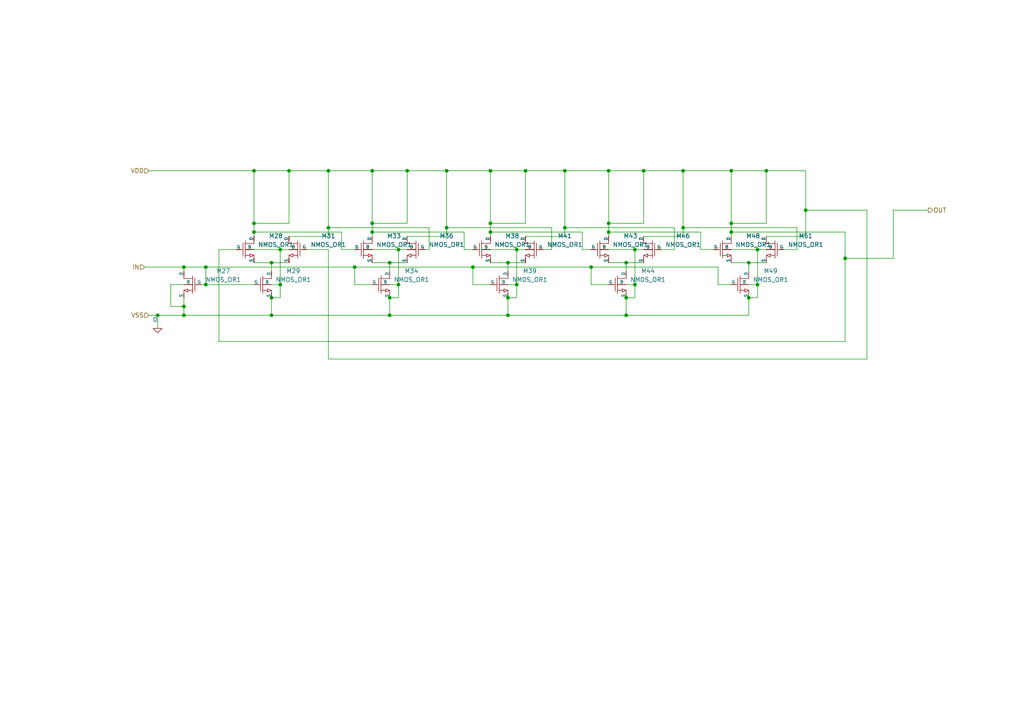
<source format=kicad_sch>
(kicad_sch (version 20230121) (generator eeschema)
  (paper "A4")
  (lib_symbols
    (symbol "OR1Symbols:0" (power) (pin_names (offset 0))
      (property "Value" "0" (at 0 -1.27 0))
      (symbol "0_0_1"
        (polyline (pts (xy -1.27 0) (xy 1.27 0) (xy 0 -1.27) (xy -1.27 0)))
      )
      (symbol "0_1_1"
        (pin power_in line (at 0 0 180) (length 0) hide (name "0") (number "1"))
      )
    )
    (symbol "OR1Symbols:NMOS_OR1" (pin_numbers hide) (pin_names (offset 0))
      (property "Reference" "M" (at 8.89 5.08 0))
      (property "Value" "NMOS_OR1" (at 8.89 2.54 0))
      (symbol "NMOS_OR1_0_1"
        (polyline (pts (xy 0 0) (xy 1.905 0)))
        (polyline (pts (xy 1.905 1.905) (xy 1.905 -1.905)))
        (polyline (pts (xy 2.54 -2.54) (xy 2.54 2.54)))
        (polyline (pts (xy 2.54 -1.651) (xy 3.937 -1.651)))
        (polyline (pts (xy 2.54 0) (xy 5.08 0)))
        (polyline (pts (xy 2.54 1.778) (xy 5.08 1.778)))
        (polyline (pts (xy 3.937 -2.159) (xy 3.937 -1.27)))
        (polyline (pts (xy 3.937 -1.27) (xy 5.08 -1.651)))
        (polyline (pts (xy 5.08 -1.651) (xy 3.937 -2.159)))
        (polyline (pts (xy 5.08 -1.651) (xy 5.08 -3.81)))
        (polyline (pts (xy 5.08 1.778) (xy 5.08 3.81)))
      )
      (symbol "NMOS_OR1_1_1"
        (pin passive line (at 5.08 3.81 270) (length 1.27) (name "D") (number "1"))
        (pin passive line (at 0 0 0) (length 1.27) (name "G") (number "2"))
        (pin passive line (at 5.08 -3.81 90) (length 1.27) (name "S") (number "3"))
        (pin passive line (at 5.08 0 180) (length 2.54) (name "B") (number "4"))
      )
    )
  )
  (junction (at 59.69 82.55))
  (junction (at 78.74 76.2))
  (junction (at 102.87 77.47))
  (junction (at 198.12 66.04))
  (junction (at 59.69 77.47))
  (junction (at 176.53 64.77))
  (junction (at 149.86 72.39))
  (junction (at 222.25 49.53))
  (junction (at 78.74 91.44))
  (junction (at 219.71 82.55))
  (junction (at 233.68 60.96))
  (junction (at 95.25 49.53))
  (junction (at 181.61 91.44))
  (junction (at 137.16 77.47))
  (junction (at 142.24 67.31))
  (junction (at 147.32 76.2))
  (junction (at 115.57 82.55))
  (junction (at 73.66 49.53))
  (junction (at 142.24 49.53))
  (junction (at 163.83 49.53))
  (junction (at 73.66 64.77))
  (junction (at 142.24 64.77))
  (junction (at 118.11 49.53))
  (junction (at 53.34 88.9))
  (junction (at 217.17 86.36))
  (junction (at 176.53 67.31))
  (junction (at 113.03 86.36))
  (junction (at 83.82 49.53))
  (junction (at 147.32 91.44))
  (junction (at 181.61 76.2))
  (junction (at 212.09 67.31))
  (junction (at 147.32 86.36))
  (junction (at 217.17 76.2))
  (junction (at 176.53 49.53))
  (junction (at 198.12 49.53))
  (junction (at 129.54 49.53))
  (junction (at 212.09 49.53))
  (junction (at 107.95 67.31))
  (junction (at 107.95 49.53))
  (junction (at 73.66 67.31))
  (junction (at 115.57 72.39))
  (junction (at 149.86 82.55))
  (junction (at 212.09 64.77))
  (junction (at 184.15 82.55))
  (junction (at 181.61 86.36))
  (junction (at 163.83 66.04))
  (junction (at 186.69 49.53))
  (junction (at 113.03 76.2))
  (junction (at 107.95 64.77))
  (junction (at 184.15 72.39))
  (junction (at 78.74 86.36))
  (junction (at 129.54 66.04))
  (junction (at 113.03 91.44))
  (junction (at 219.71 72.39))
  (junction (at 152.4 49.53))
  (junction (at 95.25 66.04))
  (junction (at 53.34 91.44))
  (junction (at 171.45 77.47))
  (junction (at 81.28 82.55))
  (junction (at 45.72 91.44))
  (junction (at 245.11 74.93))
  (junction (at 53.34 77.47))
  (junction (at 81.28 72.39))
  (wire (pts (xy 191.77 72.39) (xy 195.58 72.39)))
  (wire (pts (xy 184.15 72.39) (xy 186.69 72.39)))
  (wire (pts (xy 147.32 86.36) (xy 147.32 91.44)))
  (wire (pts (xy 53.34 88.9) (xy 53.34 91.44)))
  (wire (pts (xy 129.54 68.58) (xy 118.11 68.58)))
  (wire (pts (xy 107.95 49.53) (xy 107.95 64.77)))
  (wire (pts (xy 219.71 72.39) (xy 222.25 72.39)))
  (wire (pts (xy 152.4 49.53) (xy 163.83 49.53)))
  (wire (pts (xy 212.09 72.39) (xy 219.71 72.39)))
  (wire (pts (xy 95.25 49.53) (xy 107.95 49.53)))
  (wire (pts (xy 134.62 72.39) (xy 137.16 72.39)))
  (wire (pts (xy 245.11 74.93) (xy 245.11 99.06)))
  (wire (pts (xy 184.15 72.39) (xy 184.15 82.55)))
  (wire (pts (xy 78.74 91.44) (xy 113.03 91.44)))
  (wire (pts (xy 73.66 67.31) (xy 99.06 67.31)))
  (wire (pts (xy 227.33 72.39) (xy 231.14 72.39)))
  (wire (pts (xy 73.66 72.39) (xy 81.28 72.39)))
  (wire (pts (xy 83.82 49.53) (xy 83.82 64.77)))
  (wire (pts (xy 95.25 72.39) (xy 95.25 104.14)))
  (wire (pts (xy 181.61 76.2) (xy 186.69 76.2)))
  (wire (pts (xy 198.12 68.58) (xy 186.69 68.58)))
  (wire (pts (xy 231.14 66.04) (xy 231.14 72.39)))
  (wire (pts (xy 217.17 76.2) (xy 217.17 78.74)))
  (wire (pts (xy 176.53 64.77) (xy 176.53 67.31)))
  (wire (pts (xy 113.03 76.2) (xy 118.11 76.2)))
  (wire (pts (xy 73.66 64.77) (xy 83.82 64.77)))
  (wire (pts (xy 99.06 67.31) (xy 99.06 72.39)))
  (wire (pts (xy 160.02 72.39) (xy 157.48 72.39)))
  (wire (pts (xy 222.25 49.53) (xy 233.68 49.53)))
  (wire (pts (xy 233.68 60.96) (xy 251.46 60.96)))
  (wire (pts (xy 43.18 91.44) (xy 45.72 91.44)))
  (wire (pts (xy 176.53 82.55) (xy 171.45 82.55)))
  (wire (pts (xy 147.32 76.2) (xy 147.32 78.74)))
  (wire (pts (xy 149.86 86.36) (xy 147.32 86.36)))
  (wire (pts (xy 176.53 72.39) (xy 184.15 72.39)))
  (wire (pts (xy 129.54 66.04) (xy 160.02 66.04)))
  (wire (pts (xy 53.34 86.36) (xy 53.34 88.9)))
  (wire (pts (xy 123.19 72.39) (xy 124.46 72.39)))
  (wire (pts (xy 147.32 76.2) (xy 152.4 76.2)))
  (wire (pts (xy 73.66 76.2) (xy 78.74 76.2)))
  (wire (pts (xy 142.24 64.77) (xy 142.24 67.31)))
  (wire (pts (xy 107.95 64.77) (xy 107.95 67.31)))
  (wire (pts (xy 186.69 49.53) (xy 198.12 49.53)))
  (wire (pts (xy 142.24 76.2) (xy 147.32 76.2)))
  (wire (pts (xy 49.53 88.9) (xy 53.34 88.9)))
  (wire (pts (xy 95.25 66.04) (xy 124.46 66.04)))
  (wire (pts (xy 203.2 67.31) (xy 203.2 72.39)))
  (wire (pts (xy 137.16 77.47) (xy 171.45 77.47)))
  (wire (pts (xy 115.57 86.36) (xy 113.03 86.36)))
  (wire (pts (xy 149.86 72.39) (xy 152.4 72.39)))
  (wire (pts (xy 78.74 76.2) (xy 83.82 76.2)))
  (wire (pts (xy 115.57 72.39) (xy 118.11 72.39)))
  (wire (pts (xy 160.02 66.04) (xy 160.02 72.39)))
  (wire (pts (xy 107.95 67.31) (xy 107.95 68.58)))
  (wire (pts (xy 163.83 49.53) (xy 176.53 49.53)))
  (wire (pts (xy 208.28 82.55) (xy 212.09 82.55)))
  (wire (pts (xy 107.95 72.39) (xy 115.57 72.39)))
  (wire (pts (xy 58.42 82.55) (xy 59.69 82.55)))
  (wire (pts (xy 184.15 86.36) (xy 181.61 86.36)))
  (wire (pts (xy 251.46 104.14) (xy 251.46 60.96)))
  (wire (pts (xy 81.28 72.39) (xy 83.82 72.39)))
  (wire (pts (xy 107.95 82.55) (xy 102.87 82.55)))
  (wire (pts (xy 176.53 67.31) (xy 176.53 68.58)))
  (wire (pts (xy 212.09 67.31) (xy 212.09 68.58)))
  (wire (pts (xy 78.74 76.2) (xy 78.74 78.74)))
  (wire (pts (xy 212.09 67.31) (xy 245.11 67.31)))
  (wire (pts (xy 181.61 91.44) (xy 217.17 91.44)))
  (wire (pts (xy 113.03 91.44) (xy 147.32 91.44)))
  (wire (pts (xy 99.06 72.39) (xy 102.87 72.39)))
  (wire (pts (xy 233.68 60.96) (xy 233.68 68.58)))
  (wire (pts (xy 208.28 77.47) (xy 208.28 82.55)))
  (wire (pts (xy 212.09 64.77) (xy 212.09 67.31)))
  (wire (pts (xy 73.66 49.53) (xy 73.66 64.77)))
  (wire (pts (xy 184.15 82.55) (xy 184.15 86.36)))
  (wire (pts (xy 113.03 82.55) (xy 115.57 82.55)))
  (wire (pts (xy 102.87 77.47) (xy 137.16 77.47)))
  (wire (pts (xy 115.57 72.39) (xy 115.57 82.55)))
  (wire (pts (xy 142.24 67.31) (xy 142.24 68.58)))
  (wire (pts (xy 78.74 82.55) (xy 81.28 82.55)))
  (wire (pts (xy 134.62 67.31) (xy 134.62 72.39)))
  (wire (pts (xy 212.09 64.77) (xy 222.25 64.77)))
  (wire (pts (xy 107.95 64.77) (xy 118.11 64.77)))
  (wire (pts (xy 149.86 72.39) (xy 149.86 82.55)))
  (wire (pts (xy 212.09 49.53) (xy 222.25 49.53)))
  (wire (pts (xy 142.24 64.77) (xy 152.4 64.77)))
  (wire (pts (xy 149.86 82.55) (xy 149.86 86.36)))
  (wire (pts (xy 113.03 86.36) (xy 113.03 91.44)))
  (wire (pts (xy 124.46 66.04) (xy 124.46 72.39)))
  (wire (pts (xy 168.91 67.31) (xy 168.91 72.39)))
  (wire (pts (xy 212.09 76.2) (xy 217.17 76.2)))
  (wire (pts (xy 49.53 82.55) (xy 49.53 88.9)))
  (wire (pts (xy 129.54 66.04) (xy 129.54 68.58)))
  (wire (pts (xy 212.09 49.53) (xy 212.09 64.77)))
  (wire (pts (xy 102.87 82.55) (xy 102.87 77.47)))
  (wire (pts (xy 53.34 77.47) (xy 53.34 78.74)))
  (wire (pts (xy 81.28 86.36) (xy 78.74 86.36)))
  (wire (pts (xy 53.34 91.44) (xy 78.74 91.44)))
  (wire (pts (xy 198.12 49.53) (xy 198.12 66.04)))
  (wire (pts (xy 186.69 49.53) (xy 186.69 64.77)))
  (wire (pts (xy 176.53 76.2) (xy 181.61 76.2)))
  (wire (pts (xy 45.72 91.44) (xy 53.34 91.44)))
  (wire (pts (xy 142.24 49.53) (xy 142.24 64.77)))
  (wire (pts (xy 142.24 49.53) (xy 152.4 49.53)))
  (wire (pts (xy 88.9 72.39) (xy 95.25 72.39)))
  (wire (pts (xy 129.54 49.53) (xy 129.54 66.04)))
  (wire (pts (xy 59.69 77.47) (xy 102.87 77.47)))
  (wire (pts (xy 78.74 86.36) (xy 78.74 91.44)))
  (wire (pts (xy 59.69 82.55) (xy 73.66 82.55)))
  (wire (pts (xy 176.53 64.77) (xy 186.69 64.77)))
  (wire (pts (xy 217.17 86.36) (xy 217.17 91.44)))
  (wire (pts (xy 181.61 82.55) (xy 184.15 82.55)))
  (wire (pts (xy 43.18 49.53) (xy 73.66 49.53)))
  (wire (pts (xy 181.61 86.36) (xy 181.61 91.44)))
  (wire (pts (xy 163.83 68.58) (xy 152.4 68.58)))
  (wire (pts (xy 137.16 82.55) (xy 137.16 77.47)))
  (wire (pts (xy 107.95 67.31) (xy 134.62 67.31)))
  (wire (pts (xy 198.12 49.53) (xy 212.09 49.53)))
  (wire (pts (xy 147.32 82.55) (xy 149.86 82.55)))
  (wire (pts (xy 203.2 72.39) (xy 207.01 72.39)))
  (wire (pts (xy 142.24 67.31) (xy 168.91 67.31)))
  (wire (pts (xy 81.28 72.39) (xy 81.28 82.55)))
  (wire (pts (xy 245.11 99.06) (xy 63.5 99.06)))
  (wire (pts (xy 176.53 49.53) (xy 176.53 64.77)))
  (wire (pts (xy 222.25 49.53) (xy 222.25 64.77)))
  (wire (pts (xy 198.12 66.04) (xy 231.14 66.04)))
  (wire (pts (xy 163.83 66.04) (xy 163.83 68.58)))
  (wire (pts (xy 163.83 49.53) (xy 163.83 66.04)))
  (wire (pts (xy 73.66 64.77) (xy 73.66 67.31)))
  (wire (pts (xy 176.53 67.31) (xy 203.2 67.31)))
  (wire (pts (xy 142.24 72.39) (xy 149.86 72.39)))
  (wire (pts (xy 163.83 66.04) (xy 195.58 66.04)))
  (wire (pts (xy 147.32 91.44) (xy 181.61 91.44)))
  (wire (pts (xy 95.25 66.04) (xy 95.25 68.58)))
  (wire (pts (xy 219.71 82.55) (xy 219.71 86.36)))
  (wire (pts (xy 95.25 68.58) (xy 83.82 68.58)))
  (wire (pts (xy 195.58 66.04) (xy 195.58 72.39)))
  (wire (pts (xy 53.34 82.55) (xy 49.53 82.55)))
  (wire (pts (xy 152.4 49.53) (xy 152.4 64.77)))
  (wire (pts (xy 95.25 104.14) (xy 251.46 104.14)))
  (wire (pts (xy 53.34 77.47) (xy 59.69 77.47)))
  (wire (pts (xy 129.54 49.53) (xy 142.24 49.53)))
  (wire (pts (xy 259.08 60.96) (xy 269.24 60.96)))
  (wire (pts (xy 245.11 67.31) (xy 245.11 74.93)))
  (wire (pts (xy 41.91 77.47) (xy 53.34 77.47)))
  (wire (pts (xy 233.68 68.58) (xy 222.25 68.58)))
  (wire (pts (xy 181.61 76.2) (xy 181.61 78.74)))
  (wire (pts (xy 198.12 66.04) (xy 198.12 68.58)))
  (wire (pts (xy 171.45 82.55) (xy 171.45 77.47)))
  (wire (pts (xy 219.71 86.36) (xy 217.17 86.36)))
  (wire (pts (xy 245.11 74.93) (xy 259.08 74.93)))
  (wire (pts (xy 115.57 82.55) (xy 115.57 86.36)))
  (wire (pts (xy 259.08 74.93) (xy 259.08 60.96)))
  (wire (pts (xy 176.53 49.53) (xy 186.69 49.53)))
  (wire (pts (xy 219.71 72.39) (xy 219.71 82.55)))
  (wire (pts (xy 118.11 49.53) (xy 129.54 49.53)))
  (wire (pts (xy 81.28 82.55) (xy 81.28 86.36)))
  (wire (pts (xy 63.5 99.06) (xy 63.5 72.39)))
  (wire (pts (xy 95.25 49.53) (xy 95.25 66.04)))
  (wire (pts (xy 233.68 49.53) (xy 233.68 60.96)))
  (wire (pts (xy 118.11 49.53) (xy 118.11 64.77)))
  (wire (pts (xy 45.72 91.44) (xy 45.72 95.25)))
  (wire (pts (xy 83.82 49.53) (xy 95.25 49.53)))
  (wire (pts (xy 142.24 82.55) (xy 137.16 82.55)))
  (wire (pts (xy 73.66 67.31) (xy 73.66 68.58)))
  (wire (pts (xy 217.17 82.55) (xy 219.71 82.55)))
  (wire (pts (xy 63.5 72.39) (xy 68.58 72.39)))
  (wire (pts (xy 113.03 76.2) (xy 113.03 78.74)))
  (wire (pts (xy 107.95 76.2) (xy 113.03 76.2)))
  (wire (pts (xy 59.69 77.47) (xy 59.69 82.55)))
  (wire (pts (xy 168.91 72.39) (xy 171.45 72.39)))
  (wire (pts (xy 107.95 49.53) (xy 118.11 49.53)))
  (wire (pts (xy 171.45 77.47) (xy 208.28 77.47)))
  (wire (pts (xy 217.17 76.2) (xy 222.25 76.2)))
  (wire (pts (xy 73.66 49.53) (xy 83.82 49.53)))
  (hierarchical_label "OUT" (shape output) (at 269.24 60.96 0))
  (hierarchical_label "VSS" (shape input) (at 43.18 91.44 180))
  (hierarchical_label "VDD" (shape input) (at 43.18 49.53 180))
  (hierarchical_label "IN" (shape input) (at 41.91 77.47 180))
  (symbol (lib_id "OR1Symbols:NMOS_OR1") (at 142.24 82.55 0) (unit 1)
    (property "Reference" "M39" (at 153.67 78.5877 0))
    (property "Value" "NMOS_OR1" (at 153.67 81.1277 0))
    (property "Sim.Pins" "1=1 2=2 3=3 4=4" (effects hide))
    (property "Sim.Device" "SPICE" (effects hide))
    (property "Sim.Params" "type=\"M\" model=\"NMOS_OR1 l=1u w=2u\" lib=\"\"" (effects hide))
    (instances (project "" (path "" (reference "M39") (unit 1))) (project "tb" (path "" (reference "M39") (unit 1))) (project "cc_osc" (path "" (reference "M18") (unit 1)) (path "" (reference "M39") (unit 1))) (project "VCO" (path "" (reference "M39") (unit 1))) (project "VCO-VS-CCO" (path "" (reference "M54") (unit 1)) (path "" (reference "M80") (unit 1))))
  )
  (symbol (lib_id "OR1Symbols:NMOS_OR1") (at 212.09 82.55 0) (unit 1)
    (property "Reference" "M49" (at 223.52 78.5877 0))
    (property "Value" "NMOS_OR1" (at 223.52 81.1277 0))
    (property "Sim.Pins" "1=1 2=2 3=3 4=4" (effects hide))
    (property "Sim.Device" "SPICE" (effects hide))
    (property "Sim.Params" "type=\"M\" model=\"NMOS_OR1 l=1u w=2u\" lib=\"\"" (effects hide))
    (instances (project "" (path "" (reference "M49") (unit 1))) (project "tb" (path "" (reference "M49") (unit 1))) (project "cc_osc" (path "" (reference "M24") (unit 1)) (path "" (reference "M49") (unit 1))) (project "VCO" (path "" (reference "M49") (unit 1))) (project "VCO-VS-CCO" (path "" (reference "M64") (unit 1)) (path "" (reference "M90") (unit 1))))
  )
  (symbol (lib_id "OR1Symbols:NMOS_OR1") (at 227.33 72.39 0) (mirror y) (unit 1)
    (property "Reference" "M51" (at 233.68 68.4277 0))
    (property "Value" "NMOS_OR1" (at 233.68 70.9677 0))
    (property "Sim.Pins" "1=1 2=2 3=3 4=4" (effects hide))
    (property "Sim.Device" "SPICE" (effects hide))
    (property "Sim.Params" "type=\"M\" model=\"NMOS_OR1 l=1u w=2u\" lib=\"\"" (effects hide))
    (instances (project "" (path "" (reference "M51") (unit 1))) (project "tb" (path "" (reference "M51") (unit 1))) (project "cc_osc" (path "" (reference "M25") (unit 1)) (path "" (reference "M51") (unit 1))) (project "VCO" (path "" (reference "M51") (unit 1))) (project "VCO-VS-CCO" (path "" (reference "M66") (unit 1)) (path "" (reference "M92") (unit 1))))
  )
  (symbol (lib_id "OR1Symbols:NMOS_OR1") (at 171.45 72.39 0) (unit 1)
    (property "Reference" "M43" (at 182.88 68.4277 0))
    (property "Value" "NMOS_OR1" (at 182.88 70.9677 0))
    (property "Sim.Pins" "1=1 2=2 3=3 4=4" (effects hide))
    (property "Sim.Device" "SPICE" (effects hide))
    (property "Sim.Params" "type=\"M\" model=\"NMOS_OR1 l=1u w=2u\" lib=\"\"" (effects hide))
    (instances (project "" (path "" (reference "M43") (unit 1))) (project "tb" (path "" (reference "M43") (unit 1))) (project "cc_osc" (path "" (reference "M20") (unit 1)) (path "" (reference "M43") (unit 1))) (project "VCO" (path "" (reference "M43") (unit 1))) (project "VCO-VS-CCO" (path "" (reference "M58") (unit 1)) (path "" (reference "M84") (unit 1))))
  )
  (symbol (lib_id "OR1Symbols:0") (at 45.72 95.25 0) (unit 1)
    (property "Reference" "#GND02" (effects hide))
    (property "Value" "0" (at 45.72 92.71 0) (effects (justify right)))
    (instances (project "" (path "" (reference "#GND02") (unit 1))) (project "tb" (path "" (reference "#GND02") (unit 1))) (project "cc_osc" (path "" (reference "#GND01") (unit 1)) (path "" (reference "#GND02") (unit 1))) (project "VCO" (path "" (reference "#GND02") (unit 1))) (project "VCO-VS-CCO" (path "" (reference "#GND02") (unit 1)) (path "" (reference "#GND03") (unit 1))))
  )
  (symbol (lib_id "OR1Symbols:NMOS_OR1") (at 157.48 72.39 0) (mirror y) (unit 1)
    (property "Reference" "M41" (at 163.83 68.4277 0))
    (property "Value" "NMOS_OR1" (at 163.83 70.9677 0))
    (property "Sim.Pins" "1=1 2=2 3=3 4=4" (effects hide))
    (property "Sim.Device" "SPICE" (effects hide))
    (property "Sim.Params" "type=\"M\" model=\"NMOS_OR1 l=1u w=2u\" lib=\"\"" (effects hide))
    (instances (project "" (path "" (reference "M41") (unit 1))) (project "tb" (path "" (reference "M41") (unit 1))) (project "cc_osc" (path "" (reference "M19") (unit 1)) (path "" (reference "M41") (unit 1))) (project "VCO" (path "" (reference "M41") (unit 1))) (project "VCO-VS-CCO" (path "" (reference "M56") (unit 1)) (path "" (reference "M82") (unit 1))))
  )
  (symbol (lib_id "OR1Symbols:NMOS_OR1") (at 58.42 82.55 0) (mirror y) (unit 1)
    (property "Reference" "M27" (at 64.77 78.5877 0))
    (property "Value" "NMOS_OR1" (at 64.77 81.1277 0))
    (property "Sim.Pins" "1=1 2=2 3=3 4=4" (effects hide))
    (property "Sim.Device" "SPICE" (effects hide))
    (property "Sim.Params" "type=\"M\" model=\"NMOS_OR1 l=1u w=2u\" lib=\"\"" (effects hide))
    (instances (project "" (path "" (reference "M27") (unit 1))) (project "tb" (path "" (reference "M27") (unit 1))) (project "cc_osc" (path "" (reference "M26") (unit 1)) (path "" (reference "M27") (unit 1))) (project "VCO" (path "" (reference "M27") (unit 1))) (project "VCO-VS-CCO" (path "" (reference "M42") (unit 1)) (path "" (reference "M68") (unit 1))))
  )
  (symbol (lib_id "OR1Symbols:NMOS_OR1") (at 102.87 72.39 0) (unit 1)
    (property "Reference" "M33" (at 114.3 68.4277 0))
    (property "Value" "NMOS_OR1" (at 114.3 70.9677 0))
    (property "Sim.Pins" "1=1 2=2 3=3 4=4" (effects hide))
    (property "Sim.Device" "SPICE" (effects hide))
    (property "Sim.Params" "type=\"M\" model=\"NMOS_OR1 l=1u w=2u\" lib=\"\"" (effects hide))
    (instances (project "" (path "" (reference "M33") (unit 1))) (project "tb" (path "" (reference "M33") (unit 1))) (project "cc_osc" (path "" (reference "M14") (unit 1)) (path "" (reference "M33") (unit 1))) (project "VCO" (path "" (reference "M33") (unit 1))) (project "VCO-VS-CCO" (path "" (reference "M48") (unit 1)) (path "" (reference "M74") (unit 1))))
  )
  (symbol (lib_id "OR1Symbols:NMOS_OR1") (at 191.77 72.39 0) (mirror y) (unit 1)
    (property "Reference" "M46" (at 198.12 68.4277 0))
    (property "Value" "NMOS_OR1" (at 198.12 70.9677 0))
    (property "Sim.Pins" "1=1 2=2 3=3 4=4" (effects hide))
    (property "Sim.Device" "SPICE" (effects hide))
    (property "Sim.Params" "type=\"M\" model=\"NMOS_OR1 l=1u w=2u\" lib=\"\"" (effects hide))
    (instances (project "" (path "" (reference "M46") (unit 1))) (project "tb" (path "" (reference "M46") (unit 1))) (project "cc_osc" (path "" (reference "M22") (unit 1)) (path "" (reference "M46") (unit 1))) (project "VCO" (path "" (reference "M46") (unit 1))) (project "VCO-VS-CCO" (path "" (reference "M61") (unit 1)) (path "" (reference "M87") (unit 1))))
  )
  (symbol (lib_id "OR1Symbols:NMOS_OR1") (at 107.95 82.55 0) (unit 1)
    (property "Reference" "M34" (at 119.38 78.5877 0))
    (property "Value" "NMOS_OR1" (at 119.38 81.1277 0))
    (property "Sim.Pins" "1=1 2=2 3=3 4=4" (effects hide))
    (property "Sim.Device" "SPICE" (effects hide))
    (property "Sim.Params" "type=\"M\" model=\"NMOS_OR1 l=1u w=2u\" lib=\"\"" (effects hide))
    (instances (project "" (path "" (reference "M34") (unit 1))) (project "tb" (path "" (reference "M34") (unit 1))) (project "cc_osc" (path "" (reference "M15") (unit 1)) (path "" (reference "M34") (unit 1))) (project "VCO" (path "" (reference "M34") (unit 1))) (project "VCO-VS-CCO" (path "" (reference "M49") (unit 1)) (path "" (reference "M75") (unit 1))))
  )
  (symbol (lib_id "OR1Symbols:NMOS_OR1") (at 123.19 72.39 0) (mirror y) (unit 1)
    (property "Reference" "M36" (at 129.54 68.4277 0))
    (property "Value" "NMOS_OR1" (at 129.54 70.9677 0))
    (property "Sim.Pins" "1=1 2=2 3=3 4=4" (effects hide))
    (property "Sim.Device" "SPICE" (effects hide))
    (property "Sim.Params" "type=\"M\" model=\"NMOS_OR1 l=1u w=2u\" lib=\"\"" (effects hide))
    (instances (project "" (path "" (reference "M36") (unit 1))) (project "tb" (path "" (reference "M36") (unit 1))) (project "cc_osc" (path "" (reference "M16") (unit 1)) (path "" (reference "M36") (unit 1))) (project "VCO" (path "" (reference "M36") (unit 1))) (project "VCO-VS-CCO" (path "" (reference "M51") (unit 1)) (path "" (reference "M77") (unit 1))))
  )
  (symbol (lib_id "OR1Symbols:NMOS_OR1") (at 73.66 82.55 0) (unit 1)
    (property "Reference" "M29" (at 85.09 78.5877 0))
    (property "Value" "NMOS_OR1" (at 85.09 81.1277 0))
    (property "Sim.Pins" "1=1 2=2 3=3 4=4" (effects hide))
    (property "Sim.Device" "SPICE" (effects hide))
    (property "Sim.Params" "type=\"M\" model=\"NMOS_OR1 l=1u w=2u\" lib=\"\"" (effects hide))
    (instances (project "" (path "" (reference "M29") (unit 1))) (project "tb" (path "" (reference "M29") (unit 1))) (project "cc_osc" (path "" (reference "M13") (unit 1)) (path "" (reference "M29") (unit 1))) (project "VCO" (path "" (reference "M29") (unit 1))) (project "VCO-VS-CCO" (path "" (reference "M44") (unit 1)) (path "" (reference "M70") (unit 1))))
  )
  (symbol (lib_id "OR1Symbols:NMOS_OR1") (at 137.16 72.39 0) (unit 1)
    (property "Reference" "M38" (at 148.59 68.4277 0))
    (property "Value" "NMOS_OR1" (at 148.59 70.9677 0))
    (property "Sim.Pins" "1=1 2=2 3=3 4=4" (effects hide))
    (property "Sim.Device" "SPICE" (effects hide))
    (property "Sim.Params" "type=\"M\" model=\"NMOS_OR1 l=1u w=2u\" lib=\"\"" (effects hide))
    (instances (project "" (path "" (reference "M38") (unit 1))) (project "tb" (path "" (reference "M38") (unit 1))) (project "cc_osc" (path "" (reference "M17") (unit 1)) (path "" (reference "M38") (unit 1))) (project "VCO" (path "" (reference "M38") (unit 1))) (project "VCO-VS-CCO" (path "" (reference "M53") (unit 1)) (path "" (reference "M79") (unit 1))))
  )
  (symbol (lib_id "OR1Symbols:NMOS_OR1") (at 88.9 72.39 0) (mirror y) (unit 1)
    (property "Reference" "M31" (at 95.25 68.4277 0))
    (property "Value" "NMOS_OR1" (at 95.25 70.9677 0))
    (property "Sim.Pins" "1=1 2=2 3=3 4=4" (effects hide))
    (property "Sim.Device" "SPICE" (effects hide))
    (property "Sim.Params" "type=\"M\" model=\"NMOS_OR1 l=1u w=2u\" lib=\"\"" (effects hide))
    (instances (project "" (path "" (reference "M31") (unit 1))) (project "tb" (path "" (reference "M31") (unit 1))) (project "cc_osc" (path "" (reference "M12") (unit 1)) (path "" (reference "M31") (unit 1))) (project "VCO" (path "" (reference "M31") (unit 1))) (project "VCO-VS-CCO" (path "" (reference "M46") (unit 1)) (path "" (reference "M72") (unit 1))))
  )
  (symbol (lib_id "OR1Symbols:NMOS_OR1") (at 207.01 72.39 0) (unit 1)
    (property "Reference" "M48" (at 218.44 68.4277 0))
    (property "Value" "NMOS_OR1" (at 218.44 70.9677 0))
    (property "Sim.Pins" "1=1 2=2 3=3 4=4" (effects hide))
    (property "Sim.Device" "SPICE" (effects hide))
    (property "Sim.Params" "type=\"M\" model=\"NMOS_OR1 l=1u w=2u\" lib=\"\"" (effects hide))
    (instances (project "" (path "" (reference "M48") (unit 1))) (project "tb" (path "" (reference "M48") (unit 1))) (project "cc_osc" (path "" (reference "M23") (unit 1)) (path "" (reference "M48") (unit 1))) (project "VCO" (path "" (reference "M48") (unit 1))) (project "VCO-VS-CCO" (path "" (reference "M63") (unit 1)) (path "" (reference "M89") (unit 1))))
  )
  (symbol (lib_id "OR1Symbols:NMOS_OR1") (at 68.58 72.39 0) (unit 1)
    (property "Reference" "M28" (at 80.01 68.4277 0))
    (property "Value" "NMOS_OR1" (at 80.01 70.9677 0))
    (property "Sim.Pins" "1=1 2=2 3=3 4=4" (effects hide))
    (property "Sim.Device" "SPICE" (effects hide))
    (property "Sim.Params" "type=\"M\" model=\"NMOS_OR1 l=1u w=2u\" lib=\"\"" (effects hide))
    (instances (project "" (path "" (reference "M28") (unit 1))) (project "tb" (path "" (reference "M28") (unit 1))) (project "cc_osc" (path "" (reference "M11") (unit 1)) (path "" (reference "M28") (unit 1))) (project "VCO" (path "" (reference "M28") (unit 1))) (project "VCO-VS-CCO" (path "" (reference "M43") (unit 1)) (path "" (reference "M69") (unit 1))))
  )
  (symbol (lib_id "OR1Symbols:NMOS_OR1") (at 176.53 82.55 0) (unit 1)
    (property "Reference" "M44" (at 187.96 78.5877 0))
    (property "Value" "NMOS_OR1" (at 187.96 81.1277 0))
    (property "Sim.Pins" "1=1 2=2 3=3 4=4" (effects hide))
    (property "Sim.Device" "SPICE" (effects hide))
    (property "Sim.Params" "type=\"M\" model=\"NMOS_OR1 l=1u w=2u\" lib=\"\"" (effects hide))
    (instances (project "" (path "" (reference "M44") (unit 1))) (project "tb" (path "" (reference "M44") (unit 1))) (project "cc_osc" (path "" (reference "M21") (unit 1)) (path "" (reference "M44") (unit 1))) (project "VCO" (path "" (reference "M44") (unit 1))) (project "VCO-VS-CCO" (path "" (reference "M59") (unit 1)) (path "" (reference "M85") (unit 1))))
  )
)
</source>
